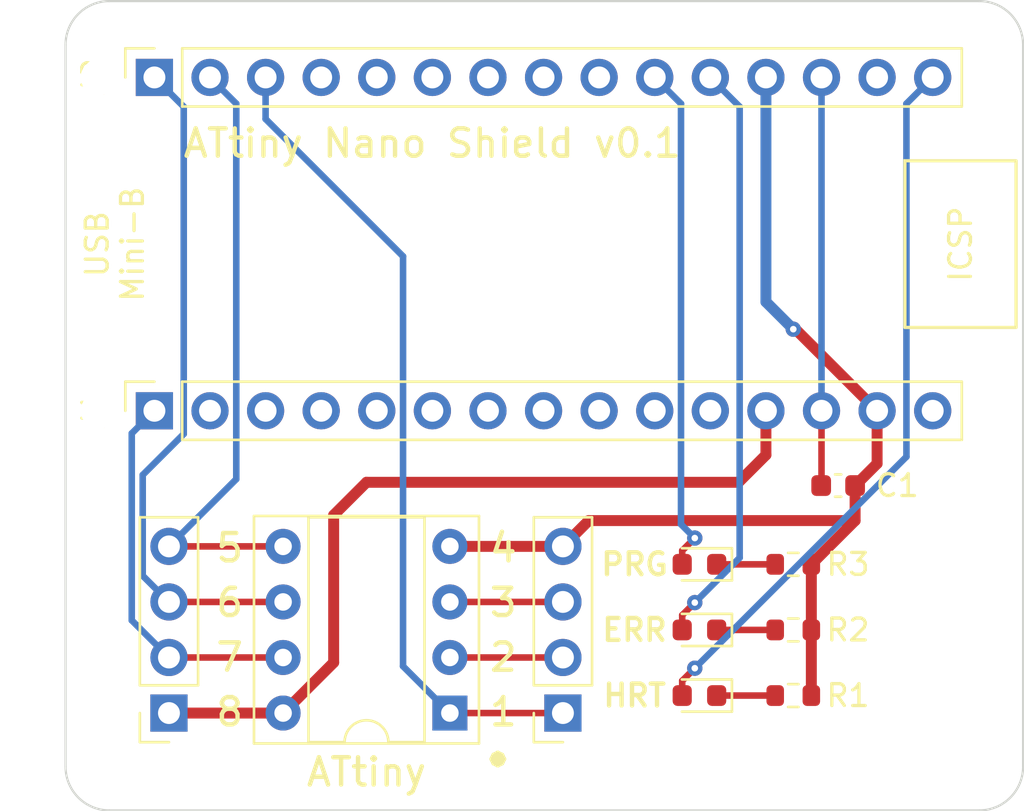
<source format=kicad_pcb>
(kicad_pcb (version 20211014) (generator pcbnew)
  (title_block (date "sam. 04 avril 2015"))
  (layers (0 "F.Cu" signal) (31 "B.Cu" signal) (34 "B.Paste" user) (35 "F.Paste" user) (36 "B.SilkS" user "B.Silkscreen") (37 "F.SilkS" user "F.Silkscreen") (38 "B.Mask" user) (39 "F.Mask" user) (44 "Edge.Cuts" user))
  (net 0 "")
  (net 1 "GND")
  (net 2 "/~{RESET}")
  (net 3 "VCC")
  (net 4 "/*D9")
  (net 5 "/D8")
  (net 6 "/D7")
  (net 7 "/*D6")
  (net 8 "/*D5")
  (net 9 "/D4")
  (net 10 "+5V")
  (net 11 "/A3")
  (net 12 "/A2")
  (net 13 "/A1")
  (net 14 "/A0")
  (net 15 "/AREF")
  (net 16 "/D0{slash}RX")
  (net 17 "/D1{slash}TX")
  (net 18 "+3V3")
  (net 19 "/A7")
  (net 20 "/A6")
  (net 21 "/A5{slash}SCL")
  (net 22 "/A4{slash}SDA")
  (net 23 "/D13{slash}SCK")
  (net 24 "/D2")
  (net 25 "/*D3")
  (net 26 "/*D10{slash}SS")
  (net 27 "/*D11{slash}MOSI")
  (net 28 "/D12{slash}MISO")
  (net 29 "Net-(D1-Pad1)")
  (net 30 "Net-(D2-Pad1)")
  (net 31 "Net-(D3-Pad1)")
  (net 32 "Net-(J4-Pad2)")
  (net 33 "Net-(J4-Pad3)")
  (footprint "Connector_PinSocket_2.54mm:PinSocket_1x15_P2.54mm_Vertical" (layer "F.Cu") (at 103.81 98.73 90)
    (fp_text reference "J1" (at 0 -2.77 90) (layer "F.SilkS"))
    (fp_text value "Analog")
    (fp_line (start -1.33 1.27) (end -1.33 36.89) (layer "F.SilkS") (width 0.12))
    (fp_line (start -1.33 36.89) (end 1.33 36.89) (layer "F.SilkS") (width 0.12))
    (fp_line (start 1.33 1.27) (end 1.33 36.89) (layer "F.SilkS") (width 0.12))
    (fp_line (start 1.33 -1.33) (end 1.33 0) (layer "F.SilkS") (width 0.12))
    (fp_line (start -1.33 1.27) (end 1.33 1.27) (layer "F.SilkS") (width 0.12))
    (fp_line (start 0 -1.33) (end 1.33 -1.33) (layer "F.SilkS") (width 0.12))
    (pad "1" thru_hole rect (at 0 0 90) (size 1.7 1.7) (drill 1) (layers *.Cu *.Mask) (net 23 "/D13{slash}SCK"))
    (pad "2" thru_hole oval (at 0 2.54 90) (size 1.7 1.7) (drill 1) (layers *.Cu *.Mask) (net 18 "+3V3"))
    (pad "3" thru_hole oval (at 0 5.08 90) (size 1.7 1.7) (drill 1) (layers *.Cu *.Mask) (net 15 "/AREF"))
    (pad "4" thru_hole oval (at 0 7.62 90) (size 1.7 1.7) (drill 1) (layers *.Cu *.Mask) (net 14 "/A0"))
    (pad "5" thru_hole oval (at 0 10.16 90) (size 1.7 1.7) (drill 1) (layers *.Cu *.Mask) (net 13 "/A1"))
    (pad "6" thru_hole oval (at 0 12.7 90) (size 1.7 1.7) (drill 1) (layers *.Cu *.Mask) (net 12 "/A2"))
    (pad "7" thru_hole oval (at 0 15.24 90) (size 1.7 1.7) (drill 1) (layers *.Cu *.Mask) (net 11 "/A3"))
    (pad "8" thru_hole oval (at 0 17.78 90) (size 1.7 1.7) (drill 1) (layers *.Cu *.Mask) (net 22 "/A4{slash}SDA"))
    (pad "9" thru_hole oval (at 0 20.32 90) (size 1.7 1.7) (drill 1) (layers *.Cu *.Mask) (net 21 "/A5{slash}SCL"))
    (pad "10" thru_hole oval (at 0 22.86 90) (size 1.7 1.7) (drill 1) (layers *.Cu *.Mask) (net 20 "/A6"))
    (pad "11" thru_hole oval (at 0 25.4 90) (size 1.7 1.7) (drill 1) (layers *.Cu *.Mask) (net 19 "/A7"))
    (pad "12" thru_hole oval (at 0 27.94 90) (size 1.7 1.7) (drill 1) (layers *.Cu *.Mask) (net 10 "+5V"))
    (pad "13" thru_hole oval (at 0 30.48 90) (size 1.7 1.7) (drill 1) (layers *.Cu *.Mask) (net 2 "/~{RESET}"))
    (pad "14" thru_hole oval (at 0 33.02 90) (size 1.7 1.7) (drill 1) (layers *.Cu *.Mask) (net 1 "GND"))
    (pad "15" thru_hole oval (at 0 35.56 90) (size 1.7 1.7) (drill 1) (layers *.Cu *.Mask) (net 3 "VCC"))
  )
  (footprint "Connector_PinSocket_2.54mm:PinSocket_1x15_P2.54mm_Vertical" (layer "F.Cu") (at 103.81 83.49 90)
    (fp_text reference "J2" (at 0 -2.77 90) (layer "F.SilkS"))
    (fp_text value "Digital")
    (fp_line (start -1.33 1.27) (end 1.33 1.27) (layer "F.SilkS") (width 0.12))
    (fp_line (start 0 -1.33) (end 1.33 -1.33) (layer "F.SilkS") (width 0.12))
    (fp_line (start 1.33 1.27) (end 1.33 36.89) (layer "F.SilkS") (width 0.12))
    (fp_line (start 1.33 -1.33) (end 1.33 0) (layer "F.SilkS") (width 0.12))
    (fp_line (start -1.33 1.27) (end -1.33 36.89) (layer "F.SilkS") (width 0.12))
    (fp_line (start -1.33 36.89) (end 1.33 36.89) (layer "F.SilkS") (width 0.12))
    (pad "1" thru_hole rect (at 0 0 90) (size 1.7 1.7) (drill 1) (layers *.Cu *.Mask) (net 28 "/D12{slash}MISO"))
    (pad "2" thru_hole oval (at 0 2.54 90) (size 1.7 1.7) (drill 1) (layers *.Cu *.Mask) (net 27 "/*D11{slash}MOSI"))
    (pad "3" thru_hole oval (at 0 5.08 90) (size 1.7 1.7) (drill 1) (layers *.Cu *.Mask) (net 26 "/*D10{slash}SS"))
    (pad "4" thru_hole oval (at 0 7.62 90) (size 1.7 1.7) (drill 1) (layers *.Cu *.Mask) (net 4 "/*D9"))
    (pad "5" thru_hole oval (at 0 10.16 90) (size 1.7 1.7) (drill 1) (layers *.Cu *.Mask) (net 5 "/D8"))
    (pad "6" thru_hole oval (at 0 12.7 90) (size 1.7 1.7) (drill 1) (layers *.Cu *.Mask) (net 6 "/D7"))
    (pad "7" thru_hole oval (at 0 15.24 90) (size 1.7 1.7) (drill 1) (layers *.Cu *.Mask) (net 7 "/*D6"))
    (pad "8" thru_hole oval (at 0 17.78 90) (size 1.7 1.7) (drill 1) (layers *.Cu *.Mask) (net 8 "/*D5"))
    (pad "9" thru_hole oval (at 0 20.32 90) (size 1.7 1.7) (drill 1) (layers *.Cu *.Mask) (net 9 "/D4"))
    (pad "10" thru_hole oval (at 0 22.86 90) (size 1.7 1.7) (drill 1) (layers *.Cu *.Mask) (net 25 "/*D3"))
    (pad "11" thru_hole oval (at 0 25.4 90) (size 1.7 1.7) (drill 1) (layers *.Cu *.Mask) (net 24 "/D2"))
    (pad "12" thru_hole oval (at 0 27.94 90) (size 1.7 1.7) (drill 1) (layers *.Cu *.Mask) (net 1 "GND"))
    (pad "13" thru_hole oval (at 0 30.48 90) (size 1.7 1.7) (drill 1) (layers *.Cu *.Mask) (net 2 "/~{RESET}"))
    (pad "14" thru_hole oval (at 0 33.02 90) (size 1.7 1.7) (drill 1) (layers *.Cu *.Mask) (net 16 "/D0{slash}RX"))
    (pad "15" thru_hole oval (at 0 35.56 90) (size 1.7 1.7) (drill 1) (layers *.Cu *.Mask) (net 17 "/D1{slash}TX"))
  )
  (footprint "Resistor_SMD:R_0603_1608Metric" (layer "F.Cu") (at 133 111.75)
    (fp_text reference "R1" (at 2.5 0 180) (layer "F.SilkS"))
    (fp_text value "330R")
    (fp_line (start -0.237258 0.5225) (end 0.237258 0.5225) (layer "F.SilkS") (width 0.12))
    (fp_line (start -0.237258 -0.5225) (end 0.237258 -0.5225) (layer "F.SilkS") (width 0.12))
    (pad "1" smd roundrect (at -0.825 0) (size 0.8 0.95) (layers "F.Cu" "F.Paste" "F.Mask") (net 29 "Net-(D1-Pad1)"))
    (pad "2" smd roundrect (at 0.825 0) (size 0.8 0.95) (layers "F.Cu" "F.Paste" "F.Mask") (net 1 "GND"))
  )
  (footprint "Capacitor_SMD:C_0603_1608Metric" (layer "F.Cu") (at 135.05 102.15)
    (fp_text reference "C1" (at 2.7 0 180) (layer "F.SilkS"))
    (fp_text value "10u")
    (fp_line (start -0.14058 0.51) (end 0.14058 0.51) (layer "F.SilkS") (width 0.12))
    (fp_line (start -0.14058 -0.51) (end 0.14058 -0.51) (layer "F.SilkS") (width 0.12))
    (pad "1" smd roundrect (at -0.775 0) (size 0.9 0.95) (layers "F.Cu" "F.Paste" "F.Mask") (net 2 "/~{RESET}"))
    (pad "2" smd roundrect (at 0.775 0) (size 0.9 0.95) (layers "F.Cu" "F.Paste" "F.Mask") (net 1 "GND"))
  )
  (footprint "Arduino_MountingHole:MountingHole_65mil" (layer "F.Cu") (at 101.27 83.49)
    (fp_text reference "MH2" hide)
    (fp_text value "MountingHole_65mil" hide)
    (pad "" np_thru_hole circle locked (at 0 0) (size 1.651 1.651) (drill 1.651) (layers F&B.Cu *.Mask))
  )
  (footprint "Resistor_SMD:R_0603_1608Metric" (layer "F.Cu") (at 133 108.75)
    (fp_text reference "R2" (at 2.5 0 180) (layer "F.SilkS"))
    (fp_text value "330R")
    (fp_line (start -0.237258 -0.5225) (end 0.237258 -0.5225) (layer "F.SilkS") (width 0.12))
    (fp_line (start -0.237258 0.5225) (end 0.237258 0.5225) (layer "F.SilkS") (width 0.12))
    (pad "1" smd roundrect (at -0.825 0) (size 0.8 0.95) (layers "F.Cu" "F.Paste" "F.Mask") (net 30 "Net-(D2-Pad1)"))
    (pad "2" smd roundrect (at 0.825 0) (size 0.8 0.95) (layers "F.Cu" "F.Paste" "F.Mask") (net 1 "GND"))
  )
  (footprint "LED_SMD:LED_0603_1608Metric" (layer "F.Cu") (at 128.7125 111.75 180)
    (fp_text reference "D1")
    (fp_text value "LED")
    (fp_line (start 0.8 -0.735) (end -1.485 -0.735) (layer "F.SilkS") (width 0.12))
    (fp_line (start -1.485 0.735) (end 0.8 0.735) (layer "F.SilkS") (width 0.12))
    (fp_line (start -1.485 -0.735) (end -1.485 0.735) (layer "F.SilkS") (width 0.12))
    (pad "1" smd roundrect (at -0.7875 0 180) (size 0.875 0.95) (layers "F.Cu" "F.Paste" "F.Mask") (net 29 "Net-(D1-Pad1)"))
    (pad "2" smd roundrect (at 0.7875 0 180) (size 0.875 0.95) (layers "F.Cu" "F.Paste" "F.Mask") (net 17 "/D1{slash}TX"))
  )
  (footprint "Arduino_MountingHole:MountingHole_65mil" (layer "F.Cu") (at 141.91 98.73)
    (fp_text reference "MH4" hide)
    (fp_text value "MountingHole_65mil" hide)
    (pad "" np_thru_hole circle locked (at 0 0) (size 1.651 1.651) (drill 1.651) (layers F&B.Cu *.Mask))
  )
  (footprint "Resistor_SMD:R_0603_1608Metric" (layer "F.Cu") (at 133 105.75)
    (fp_text reference "R3" (at 2.5 0 180) (layer "F.SilkS"))
    (fp_text value "330R")
    (fp_line (start -0.237258 0.5225) (end 0.237258 0.5225) (layer "F.SilkS") (width 0.12))
    (fp_line (start -0.237258 -0.5225) (end 0.237258 -0.5225) (layer "F.SilkS") (width 0.12))
    (pad "1" smd roundrect (at -0.825 0) (size 0.8 0.95) (layers "F.Cu" "F.Paste" "F.Mask") (net 31 "Net-(D3-Pad1)"))
    (pad "2" smd roundrect (at 0.825 0) (size 0.8 0.95) (layers "F.Cu" "F.Paste" "F.Mask") (net 1 "GND"))
  )
  (footprint "LED_SMD:LED_0603_1608Metric" (layer "F.Cu") (at 128.7125 108.75 180)
    (fp_text reference "D2")
    (fp_text value "LED")
    (fp_line (start -1.485 0.735) (end 0.8 0.735) (layer "F.SilkS") (width 0.12))
    (fp_line (start -1.485 -0.735) (end -1.485 0.735) (layer "F.SilkS") (width 0.12))
    (fp_line (start 0.8 -0.735) (end -1.485 -0.735) (layer "F.SilkS") (width 0.12))
    (pad "1" smd roundrect (at -0.7875 0 180) (size 0.875 0.95) (layers "F.Cu" "F.Paste" "F.Mask") (net 30 "Net-(D2-Pad1)"))
    (pad "2" smd roundrect (at 0.7875 0 180) (size 0.875 0.95) (layers "F.Cu" "F.Paste" "F.Mask") (net 24 "/D2"))
  )
  (footprint "LED_SMD:LED_0603_1608Metric" (layer "F.Cu") (at 128.7125 105.75 180)
    (fp_text reference "D3")
    (fp_text value "LED")
    (fp_line (start -1.485 0.735) (end 0.8 0.735) (layer "F.SilkS") (width 0.12))
    (fp_line (start -1.485 -0.735) (end -1.485 0.735) (layer "F.SilkS") (width 0.12))
    (fp_line (start 0.8 -0.735) (end -1.485 -0.735) (layer "F.SilkS") (width 0.12))
    (pad "1" smd roundrect (at -0.7875 0 180) (size 0.875 0.95) (layers "F.Cu" "F.Paste" "F.Mask") (net 31 "Net-(D3-Pad1)"))
    (pad "2" smd roundrect (at 0.7875 0 180) (size 0.875 0.95) (layers "F.Cu" "F.Paste" "F.Mask") (net 25 "/*D3"))
  )
  (footprint "Arduino_MountingHole:MountingHole_65mil" (layer "F.Cu") (at 101.27 98.73)
    (fp_text reference "MH1" hide)
    (fp_text value "MountingHole_65mil" hide)
    (pad "" np_thru_hole circle locked (at 0 0) (size 1.651 1.651) (drill 1.651) (layers F&B.Cu *.Mask))
  )
  (footprint "Package_DIP:DIP-8_W7.62mm_Socket" (layer "F.Cu") (at 117.31 112.55 180)
    (fp_text reference "U1")
    (fp_text value "ATtiny85-20P")
    (fp_line (start -1.33 9.01) (end 8.95 9.01) (layer "F.SilkS") (width 0.12))
    (fp_line (start 1.16 8.95) (end 6.46 8.95) (layer "F.SilkS") (width 0.12))
    (fp_line (start 8.95 9.01) (end 8.95 -1.39) (layer "F.SilkS") (width 0.12))
    (fp_line (start 2.81 -1.33) (end 1.16 -1.33) (layer "F.SilkS") (width 0.12))
    (fp_line (start 1.16 -1.33) (end 1.16 8.95) (layer "F.SilkS") (width 0.12))
    (fp_line (start 8.95 -1.39) (end -1.33 -1.39) (layer "F.SilkS") (width 0.12))
    (fp_line (start 6.46 -1.33) (end 4.81 -1.33) (layer "F.SilkS") (width 0.12))
    (fp_line (start 6.46 8.95) (end 6.46 -1.33) (layer "F.SilkS") (width 0.12))
    (fp_line (start -1.33 -1.39) (end -1.33 9.01) (layer "F.SilkS") (width 0.12))
    (fp_arc (start 4.81 -1.33) (mid 3.81 -0.33) (end 2.81 -1.33) (layer "F.SilkS") (width 0.12))
    (pad "1" thru_hole rect (at 0 0 180) (size 1.6 1.6) (drill 0.8) (layers *.Cu *.Mask) (net 26 "/*D10{slash}SS"))
    (pad "2" thru_hole oval (at 0 2.54 180) (size 1.6 1.6) (drill 0.8) (layers *.Cu *.Mask) (net 32 "Net-(J4-Pad2)"))
    (pad "3" thru_hole oval (at 0 5.08 180) (size 1.6 1.6) (drill 0.8) (layers *.Cu *.Mask) (net 33 "Net-(J4-Pad3)"))
    (pad "4" thru_hole oval (at 0 7.62 180) (size 1.6 1.6) (drill 0.8) (layers *.Cu *.Mask) (net 1 "GND"))
    (pad "5" thru_hole oval (at 7.62 7.62 180) (size 1.6 1.6) (drill 0.8) (layers *.Cu *.Mask) (net 27 "/*D11{slash}MOSI"))
    (pad "6" thru_hole oval (at 7.62 5.08 180) (size 1.6 1.6) (drill 0.8) (layers *.Cu *.Mask) (net 28 "/D12{slash}MISO"))
    (pad "7" thru_hole oval (at 7.62 2.54 180) (size 1.6 1.6) (drill 0.8) (layers *.Cu *.Mask) (net 23 "/D13{slash}SCK"))
    (pad "8" thru_hole oval (at 7.62 0 180) (size 1.6 1.6) (drill 0.8) (layers *.Cu *.Mask) (net 10 "+5V"))
  )
  (footprint "Connector_PinSocket_2.54mm:PinSocket_1x04_P2.54mm_Vertical" (layer "F.Cu") (at 122.475 112.55 180)
    (fp_text reference "J4")
    (fp_text value "Conn_01x04_Female")
    (fp_line (start -1.33 1.27) (end -1.33 8.95) (layer "F.SilkS") (width 0.12))
    (fp_line (start 1.33 -1.33) (end 1.33 0) (layer "F.SilkS") (width 0.12))
    (fp_line (start -1.33 1.27) (end 1.33 1.27) (layer "F.SilkS") (width 0.12))
    (fp_line (start 1.33 1.27) (end 1.33 8.95) (layer "F.SilkS") (width 0.12))
    (fp_line (start -1.33 8.95) (end 1.33 8.95) (layer "F.SilkS") (width 0.12))
    (fp_line (start 0 -1.33) (end 1.33 -1.33) (layer "F.SilkS") (width 0.12))
    (pad "1" thru_hole rect (at 0 0 180) (size 1.7 1.7) (drill 1) (layers *.Cu *.Mask) (net 26 "/*D10{slash}SS"))
    (pad "2" thru_hole oval (at 0 2.54 180) (size 1.7 1.7) (drill 1) (layers *.Cu *.Mask) (net 32 "Net-(J4-Pad2)"))
    (pad "3" thru_hole oval (at 0 5.08 180) (size 1.7 1.7) (drill 1) (layers *.Cu *.Mask) (net 33 "Net-(J4-Pad3)"))
    (pad "4" thru_hole oval (at 0 7.62 180) (size 1.7 1.7) (drill 1) (layers *.Cu *.Mask) (net 1 "GND"))
  )
  (footprint "Arduino_MountingHole:MountingHole_65mil" (layer "F.Cu") (at 141.91 83.49)
    (fp_text reference "MH3" hide)
    (fp_text value "MountingHole_65mil" hide)
    (pad "" np_thru_hole circle locked (at 0 0) (size 1.651 1.651) (drill 1.651) (layers F&B.Cu *.Mask))
  )
  (footprint "Connector_PinSocket_2.54mm:PinSocket_1x04_P2.54mm_Vertical" (layer "F.Cu") (at 104.475 112.55 180)
    (fp_text reference "J3")
    (fp_text value "Conn_01x04_Female")
    (fp_line (start 1.33 1.27) (end 1.33 8.95) (layer "F.SilkS") (width 0.12))
    (fp_line (start -1.33 1.27) (end 1.33 1.27) (layer "F.SilkS") (width 0.12))
    (fp_line (start 0 -1.33) (end 1.33 -1.33) (layer "F.SilkS") (width 0.12))
    (fp_line (start -1.33 8.95) (end 1.33 8.95) (layer "F.SilkS") (width 0.12))
    (fp_line (start 1.33 -1.33) (end 1.33 0) (layer "F.SilkS") (width 0.12))
    (fp_line (start -1.33 1.27) (end -1.33 8.95) (layer "F.SilkS") (width 0.12))
    (pad "1" thru_hole rect (at 0 0 180) (size 1.7 1.7) (drill 1) (layers *.Cu *.Mask) (net 10 "+5V"))
    (pad "2" thru_hole oval (at 0 2.54 180) (size 1.7 1.7) (drill 1) (layers *.Cu *.Mask) (net 23 "/D13{slash}SCK"))
    (pad "3" thru_hole oval (at 0 5.08 180) (size 1.7 1.7) (drill 1) (layers *.Cu *.Mask) (net 28 "/D12{slash}MISO"))
    (pad "4" thru_hole oval (at 0 7.62 180) (size 1.7 1.7) (drill 1) (layers *.Cu *.Mask) (net 27 "/*D11{slash}MOSI"))
  )
  (gr_rect (start 138.1 94.92) (end 143.18 87.3) (layer "F.SilkS") (width 0.15) (fill none))
  (gr_line (start 99.75 82) (end 99.75 115) (layer "Edge.Cuts") (width 0.1))
  (gr_line (start 143.5 115) (end 143.5 82) (layer "Edge.Cuts") (width 0.1))
  (gr_line (start 101.75 117) (end 141.5 117) (layer "Edge.Cuts") (width 0.1))
  (gr_arc (start 99.75 82) (mid 100.335786 80.585786) (end 101.75 80) (layer "Edge.Cuts") (width 0.1))
  (gr_arc (start 141.5 80) (mid 142.914214 80.585786) (end 143.5 82) (layer "Edge.Cuts") (width 0.1))
  (gr_arc (start 143.5 115) (mid 142.914214 116.414214) (end 141.5 117) (layer "Edge.Cuts") (width 0.1))
  (gr_arc (start 101.75 117) (mid 100.335786 116.414214) (end 99.75 115) (layer "Edge.Cuts") (width 0.1))
  (gr_line (start 141.5 80) (end 101.75 80) (layer "Edge.Cuts") (width 0.1))
  (gr_text "ICSP" (at 140.64 91.11 90) (layer "F.SilkS") (effects (font (size 1 1))))
  (gr_text "PRG" (at 125.75 105.75) (layer "F.SilkS") (effects (font (size 1 1) (thickness 0.2))))
  (gr_text "ATtiny" (at 113.5 115.25) (layer "F.SilkS") (effects (font (size 1.25 1.25) (thickness 0.2))))
  (gr_text "6" (at 107.25 107.5) (layer "F.SilkS") (effects (font (size 1.25 1.25) (thickness 0.2))))
  (gr_text "1" (at 119.75 112.5) (layer "F.SilkS") (effects (font (size 1.25 1.25) (thickness 0.2))))
  (gr_text "3" (at 119.75 107.5) (layer "F.SilkS") (effects (font (size 1.25 1.25) (thickness 0.2))))
  (gr_text "5" (at 107.25 105) (layer "F.SilkS") (effects (font (size 1.25 1.25) (thickness 0.2))))
  (gr_text "ERR" (at 125.75 108.75) (layer "F.SilkS") (effects (font (size 1 1) (thickness 0.2))))
  (gr_text "7" (at 107.25 110) (layer "F.SilkS") (effects (font (size 1.25 1.25) (thickness 0.2))))
  (gr_text "ATtiny Nano Shield v0.1" (at 116.5 86.5) (layer "F.SilkS") (effects (font (size 1.25 1.25) (thickness 0.2))))
  (gr_text "HRT" (at 125.75 111.75) (layer "F.SilkS") (effects (font (size 1 1) (thickness 0.2))))
  (gr_text "8" (at 107.25 112.5) (layer "F.SilkS") (effects (font (size 1.25 1.25) (thickness 0.2))))
  (gr_text "•" (at 119.5 114.5) (layer "F.SilkS") (effects (font (size 2 2) (thickness 0.2))))
  (gr_text "USB\nMini-B" (at 102 91.11 90) (layer "F.SilkS") (effects (font (size 1 1))))
  (gr_text "4" (at 119.75 105) (layer "F.SilkS") (effects (font (size 1.25 1.25) (thickness 0.2))))
  (gr_text "2" (at 119.75 110) (layer "F.SilkS") (effects (font (size 1.25 1.25) (thickness 0.2))))
  (segment (start 123.655 103.75) (end 135.825 103.75) (width 0.5) (layer "F.Cu") (net 1))
  (segment (start 136.83 101.145) (end 135.825 102.15) (width 0.5) (layer "F.Cu") (net 1))
  (segment (start 135.825 103.75) (end 133.825 105.75) (width 0.5) (layer "F.Cu") (net 1))
  (segment (start 135.825 102.15) (end 135.825 103.75) (width 0.5) (layer "F.Cu") (net 1))
  (segment (start 117.31 104.93) (end 122.475 104.93) (width 0.5) (layer "F.Cu") (net 1))
  (segment (start 133 95) (end 133.1 95) (width 0.5) (layer "F.Cu") (net 1))
  (segment (start 136.83 98.73) (end 136.83 101.145) (width 0.5) (layer "F.Cu") (net 1))
  (segment (start 133.1 95) (end 136.83 98.73) (width 0.5) (layer "F.Cu") (net 1))
  (segment (start 133.825 105.75) (end 133.825 111.75) (width 0.5) (layer "F.Cu") (net 1))
  (segment (start 122.475 104.93) (end 123.655 103.75) (width 0.5) (layer "F.Cu") (net 1))
  (via (at 133 95) (size 0.7) (drill 0.3) (layers "F.Cu" "B.Cu") (net 1))
  (segment (start 131.75 93.75) (end 133 95) (width 0.5) (layer "B.Cu") (net 1))
  (segment (start 131.75 83.49) (end 131.75 93.75) (width 0.5) (layer "B.Cu") (net 1))
  (segment (start 134.29 102.135) (end 134.29 98.73) (width 0.3) (layer "F.Cu") (net 2))
  (segment (start 134.275 102.15) (end 134.29 102.135) (width 0.3) (layer "F.Cu") (net 2))
  (segment (start 134.29 98.73) (end 134.29 83.49) (width 0.3) (layer "B.Cu") (net 2))
  (segment (start 113.5 102) (end 130.5 102) (width 0.5) (layer "F.Cu") (net 10))
  (segment (start 109.69 112.55) (end 104.475 112.55) (width 0.5) (layer "F.Cu") (net 10))
  (segment (start 112 110.24) (end 112 103.5) (width 0.5) (layer "F.Cu") (net 10))
  (segment (start 112 103.5) (end 113.5 102) (width 0.5) (layer "F.Cu") (net 10))
  (segment (start 131.75 100.75) (end 131.75 98.73) (width 0.5) (layer "F.Cu") (net 10))
  (segment (start 130.5 102) (end 131.75 100.75) (width 0.5) (layer "F.Cu") (net 10))
  (segment (start 109.69 112.55) (end 112 110.24) (width 0.5) (layer "F.Cu") (net 10))
  (segment (start 127.925 111.075) (end 128.5 110.5) (width 0.3) (layer "F.Cu") (net 17))
  (segment (start 127.925 111.75) (end 127.925 111.075) (width 0.3) (layer "F.Cu") (net 17))
  (via (at 128.5 110.5) (size 0.7) (drill 0.3) (layers "F.Cu" "B.Cu") (net 17))
  (segment (start 128.5 110.5) (end 138.17 100.83) (width 0.3) (layer "B.Cu") (net 17))
  (segment (start 138.17 100.83) (end 138.17 84.69) (width 0.3) (layer "B.Cu") (net 17))
  (segment (start 138.17 84.69) (end 139.37 83.49) (width 0.3) (layer "B.Cu") (net 17))
  (segment (start 109.69 110.01) (end 104.475 110.01) (width 0.3) (layer "F.Cu") (net 23))
  (segment (start 102.775 108.31) (end 102.775 99.765) (width 0.3) (layer "B.Cu") (net 23))
  (segment (start 102.775 99.765) (end 103.81 98.73) (width 0.3) (layer "B.Cu") (net 23))
  (segment (start 104.475 110.01) (end 102.775 108.31) (width 0.3) (layer "B.Cu") (net 23))
  (segment (start 127.925 108.075) (end 128.5 107.5) (width 0.3) (layer "F.Cu") (net 24))
  (segment (start 127.925 108.75) (end 127.925 108.075) (width 0.3) (layer "F.Cu") (net 24))
  (via (at 128.5 107.5) (size 0.7) (drill 0.3) (layers "F.Cu" "B.Cu") (net 24))
  (segment (start 130.55 105.45) (end 130.55 84.83) (width 0.3) (layer "B.Cu") (net 24))
  (segment (start 130.55 84.83) (end 129.21 83.49) (width 0.3) (layer "B.Cu") (net 24))
  (segment (start 128.5 107.5) (end 130.55 105.45) (width 0.3) (layer "B.Cu") (net 24))
  (segment (start 127.925 105.1245) (end 128.5 104.5495) (width 0.3) (layer "F.Cu") (net 25))
  (segment (start 127.925 105.75) (end 127.925 105.1245) (width 0.3) (layer "F.Cu") (net 25))
  (via (at 128.5 104.5495) (size 0.7) (drill 0.3) (layers "F.Cu" "B.Cu") (net 25))
  (segment (start 127.87 84.69) (end 126.67 83.49) (width 0.3) (layer "B.Cu") (net 25))
  (segment (start 128.5 104.5495) (end 127.87 103.9195) (width 0.3) (layer "B.Cu") (net 25))
  (segment (start 127.87 103.9195) (end 127.87 84.69) (width 0.3) (layer "B.Cu") (net 25))
  (segment (start 117.31 112.55) (end 122.475 112.55) (width 0.3) (layer "F.Cu") (net 26))
  (segment (start 115.17 91.67) (end 108.89 85.39) (width 0.3) (layer "B.Cu") (net 26))
  (segment (start 115.17 110.41) (end 115.17 91.67) (width 0.3) (layer "B.Cu") (net 26))
  (segment (start 117.31 112.55) (end 115.17 110.41) (width 0.3) (layer "B.Cu") (net 26))
  (segment (start 108.89 85.39) (end 108.89 83.49) (width 0.3) (layer "B.Cu") (net 26))
  (segment (start 109.69 104.93) (end 104.475 104.93) (width 0.3) (layer "F.Cu") (net 27))
  (segment (start 104.475 104.93) (end 107.55 101.855) (width 0.3) (layer "B.Cu") (net 27))
  (segment (start 107.55 101.855) (end 107.55 84.69) (width 0.3) (layer "B.Cu") (net 27))
  (segment (start 107.55 84.69) (end 106.35 83.49) (width 0.3) (layer "B.Cu") (net 27))
  (segment (start 109.69 107.47) (end 104.475 107.47) (width 0.3) (layer "F.Cu") (net 28))
  (segment (start 105.15 99.79) (end 105.15 84.83) (width 0.3) (layer "B.Cu") (net 28))
  (segment (start 103.275 106.27) (end 103.275 101.665) (width 0.3) (layer "B.Cu") (net 28))
  (segment (start 105.15 84.83) (end 103.81 83.49) (width 0.3) (layer "B.Cu") (net 28))
  (segment (start 103.275 101.665) (end 105.15 99.79) (width 0.3) (layer "B.Cu") (net 28))
  (segment (start 104.475 107.47) (end 103.275 106.27) (width 0.3) (layer "B.Cu") (net 28))
  (segment (start 132.175 111.75) (end 129.5 111.75) (width 0.3) (layer "F.Cu") (net 29))
  (segment (start 132.175 108.75) (end 129.5 108.75) (width 0.3) (layer "F.Cu") (net 30))
  (segment (start 129.5 105.75) (end 132.175 105.75) (width 0.3) (layer "F.Cu") (net 31))
  (segment (start 117.31 110.01) (end 122.475 110.01) (width 0.3) (layer "F.Cu") (net 32))
  (segment (start 117.31 107.47) (end 122.475 107.47) (width 0.3) (layer "F.Cu") (net 33))
)
</source>
